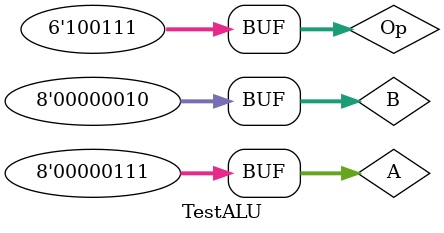
<source format=v>
`timescale 1ns / 1ps

module TestALU;

	// Inputs
	reg [5:0] Op;
	reg [7:0] A;
	reg [7:0] B;

	// Outputs
	wire [7:0] Leds;

	// Instantiate the Unit Under Test (UUT)
	ALU uut (
		.Op(Op), 
		.A(A), 
		.B(B), 
		.Leds(Leds)
	);

	initial begin
		// Initialize Inputs
		Op = 0;
		A = 0;
		B = 0;
		

		// Wait 100 ns for global reset to finish
        #100;  
		// Add stimulus here
		A=7;
		#25;
		B=2;
		#25;
		Op=32; //suma
		#50;
		Op=34; //resta
		#50;
		Op=36; //and
		#50;
		Op=37; //or
		#50;
		Op=38; //xor
		#50;
		A=128; 
		Op=3; //sra
		#50;
		Op=2; //srl
		#50;
		A=7; 
		Op=39; //nor
		#50;
		
		
		
	end
      
endmodule


</source>
